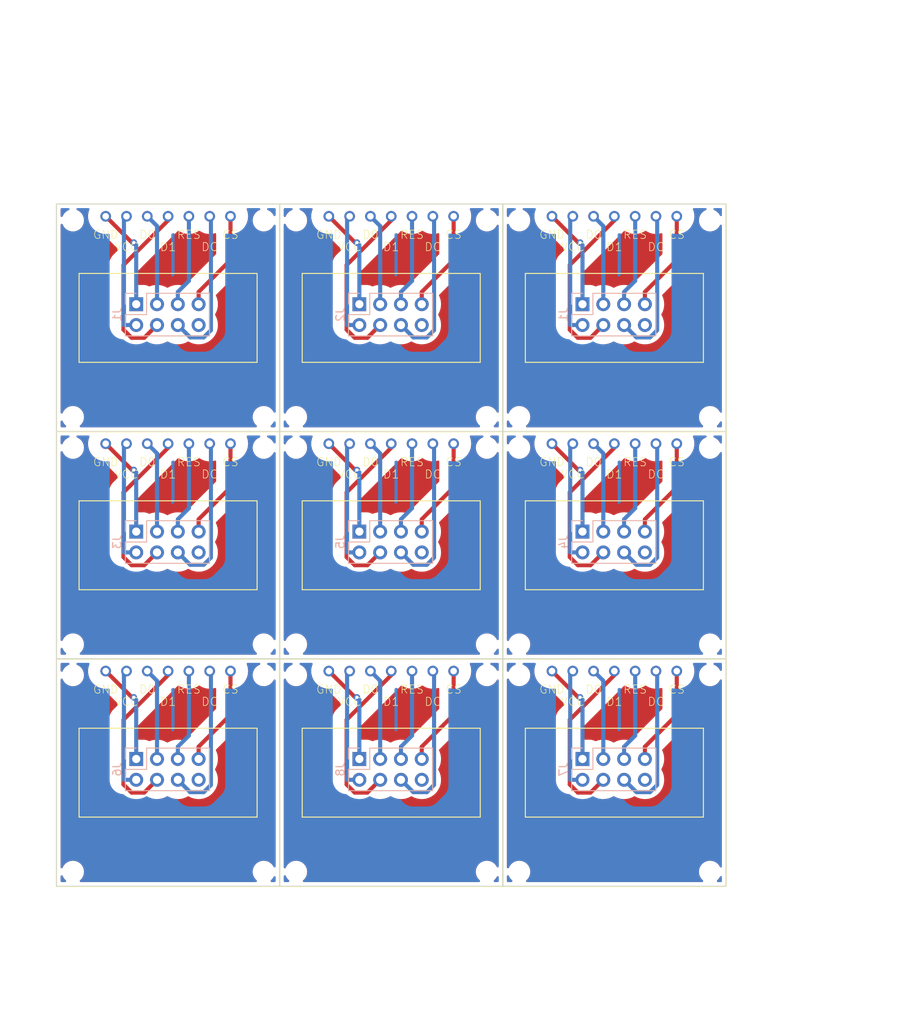
<source format=kicad_pcb>
(kicad_pcb (version 20221018) (generator pcbnew)
  (layers (0 "F.Cu" signal) (31 "B.Cu" signal) (34 "B.Paste" user) (35 "F.Paste" user) (36 "B.SilkS" user "B.Silkscreen") (37 "F.SilkS" user "F.Silkscreen") (38 "B.Mask" user) (39 "F.Mask" user) (44 "Edge.Cuts" user))
  (net 0 "")
  (net 2 "GND")
  (net 3 "+5V")
  (net 4 "D01")
  (net 5 "D11")
  (net 6 "RES1")
  (net 7 "DC1")
  (net 8 "CS1")
  (footprint "MountingHole:MountingHole_2.2mm_M2" (layer "F.Cu") (at 129.25 107.5)
    (fp_text reference "H18" hide)
    (fp_text value "MountingHole" hide)
  )
  (footprint "MountingHole:MountingHole_2.2mm_M2" (layer "F.Cu") (at 102 79.75)
    (fp_text reference "H7" hide)
    (fp_text value "MountingHole" hide)
  )
  (footprint "oled:oled-OLED_STANDARD" (layer "F.Cu") (at 140.87 91.6477)
    (fp_text reference "OLED5" hide)
    (fp_text value "OLED" hide)
  )
  (footprint "MountingHole:MountingHole_2.2mm_M2" (layer "F.Cu") (at 125.3 131.5)
    (fp_text reference "H21" hide)
    (fp_text value "MountingHole" hide)
  )
  (footprint "MountingHole:MountingHole_2.2mm_M2" (layer "F.Cu") (at 152.55 103.75)
    (fp_text reference "H15" hide)
    (fp_text value "MountingHole" hide)
  )
  (footprint "MountingHole:MountingHole_2.2mm_M2" (layer "F.Cu") (at 125.3 103.75)
    (fp_text reference "H12" hide)
    (fp_text value "MountingHole" hide)
  )
  (footprint "MountingHole:MountingHole_2.2mm_M2" (layer "F.Cu") (at 125.3 79.75)
    (fp_text reference "eeee3" hide)
    (fp_text value "MountingHole" hide)
  )
  (footprint "MountingHole:MountingHole_2.2mm_M2" (layer "F.Cu") (at 156.5 107.5)
    (fp_text reference "H17" hide)
    (fp_text value "MountingHole" hide)
  )
  (footprint "oled:oled-OLED_STANDARD" (layer "F.Cu") (at 113.62 119.3977)
    (fp_text reference "OLED6" hide)
    (fp_text value "OLED" hide)
  )
  (footprint "MountingHole:MountingHole_2.2mm_M2" (layer "F.Cu") (at 179.8 76)
    (fp_text reference "H4" hide)
    (fp_text value "MountingHole" hide)
  )
  (footprint "MountingHole:MountingHole_2.2mm_M2" (layer "F.Cu") (at 125.3 52)
    (fp_text reference "eeee1" hide)
    (fp_text value "MountingHole" hide)
  )
  (footprint "oled:oled-OLED_STANDARD" (layer "F.Cu") (at 168.12 63.8977)
    (fp_text reference "OLED1" hide)
    (fp_text value "OLED" hide)
  )
  (footprint "MountingHole:MountingHole_2.2mm_M2" (layer "F.Cu") (at 152.55 79.75)
    (fp_text reference "eeee5" hide)
    (fp_text value "MountingHole" hide)
  )
  (footprint "oled:oled-OLED_STANDARD" (layer "F.Cu") (at 113.62 63.8977)
    (fp_text reference "OLED1" hide)
    (fp_text value "OLED" hide)
  )
  (footprint "MountingHole:MountingHole_2.2mm_M2" (layer "F.Cu") (at 129.25 103.75)
    (fp_text reference "H14" hide)
    (fp_text value "MountingHole" hide)
  )
  (footprint "MountingHole:MountingHole_2.2mm_M2" (layer "F.Cu") (at 102 131.5)
    (fp_text reference "H19" hide)
    (fp_text value "MountingHole" hide)
  )
  (footprint "MountingHole:MountingHole_2.2mm_M2" (layer "F.Cu") (at 102 107.5)
    (fp_text reference "H16" hide)
    (fp_text value "MountingHole" hide)
  )
  (footprint "oled:oled-OLED_STANDARD" (layer "F.Cu") (at 168.12 119.3977)
    (fp_text reference "OLED7" hide)
    (fp_text value "OLED" hide)
  )
  (footprint "oled:oled-OLED_STANDARD" (layer "F.Cu") (at 140.87 63.8977)
    (fp_text reference "OLED2" hide)
    (fp_text value "OLED" hide)
  )
  (footprint "MountingHole:MountingHole_2.2mm_M2" (layer "F.Cu") (at 179.8 79.75)
    (fp_text reference "eeee4" hide)
    (fp_text value "MountingHole" hide)
  )
  (footprint "MountingHole:MountingHole_2.2mm_M2" (layer "F.Cu") (at 125.3 76)
    (fp_text reference "H4" hide)
    (fp_text value "MountingHole" hide)
  )
  (footprint "oled:oled-OLED_STANDARD" (layer "F.Cu") (at 140.87 119.3977)
    (fp_text reference "OLED8" hide)
    (fp_text value "OLED" hide)
  )
  (footprint "MountingHole:MountingHole_2.2mm_M2" (layer "F.Cu") (at 102 76)
    (fp_text reference "H3" hide)
    (fp_text value "MountingHole" hide)
  )
  (footprint "MountingHole:MountingHole_2.2mm_M2" (layer "F.Cu") (at 152.55 52)
    (fp_text reference "eeee2" hide)
    (fp_text value "MountingHole" hide)
  )
  (footprint "MountingHole:MountingHole_2.2mm_M2" (layer "F.Cu") (at 179.8 52)
    (fp_text reference "eeee1" hide)
    (fp_text value "MountingHole" hide)
  )
  (footprint "oled:oled-OLED_STANDARD" (layer "F.Cu") (at 113.62 91.6477)
    (fp_text reference "OLED3" hide)
    (fp_text value "OLED" hide)
  )
  (footprint "oled:oled-OLED_STANDARD" (layer "F.Cu") (at 168.12 91.6477)
    (fp_text reference "OLED4" hide)
    (fp_text value "OLED" hide)
  )
  (footprint "MountingHole:MountingHole_2.2mm_M2" (layer "F.Cu") (at 129.25 52)
    (fp_text reference "H2" hide)
    (fp_text value "MountingHole" hide)
  )
  (footprint "MountingHole:MountingHole_2.2mm_M2" (layer "F.Cu") (at 156.5 79.75)
    (fp_text reference "H8" hide)
    (fp_text value "MountingHole" hide)
  )
  (footprint "MountingHole:MountingHole_2.2mm_M2" (layer "F.Cu") (at 152.55 76)
    (fp_text reference "H6" hide)
    (fp_text value "MountingHole" hide)
  )
  (footprint "MountingHole:MountingHole_2.2mm_M2" (layer "F.Cu") (at 179.8 103.75)
    (fp_text reference "H13" hide)
    (fp_text value "MountingHole" hide)
  )
  (footprint "MountingHole:MountingHole_2.2mm_M2" (layer "F.Cu") (at 156.5 103.75)
    (fp_text reference "H11" hide)
    (fp_text value "MountingHole" hide)
  )
  (footprint "MountingHole:MountingHole_2.2mm_M2" (layer "F.Cu") (at 152.55 107.5)
    (fp_text reference "eeee8" hide)
    (fp_text value "MountingHole" hide)
  )
  (footprint "MountingHole:MountingHole_2.2mm_M2" (layer "F.Cu") (at 102 103.75)
    (fp_text reference "H10" hide)
    (fp_text value "MountingHole" hide)
  )
  (footprint "MountingHole:MountingHole_2.2mm_M2" (layer "F.Cu") (at 129.25 131.5)
    (fp_text reference "H23" hide)
    (fp_text value "MountingHole" hide)
  )
  (footprint "MountingHole:MountingHole_2.2mm_M2" (layer "F.Cu") (at 125.3 107.5)
    (fp_text reference "eeee6" hide)
    (fp_text value "MountingHole" hide)
  )
  (footprint "MountingHole:MountingHole_2.2mm_M2" (layer "F.Cu") (at 152.55 131.5)
    (fp_text reference "H24" hide)
    (fp_text value "MountingHole" hide)
  )
  (footprint "MountingHole:MountingHole_2.2mm_M2" (layer "F.Cu") (at 156.5 52)
    (fp_text reference "H1" hide)
    (fp_text value "MountingHole" hide)
  )
  (footprint "MountingHole:MountingHole_2.2mm_M2" (layer "F.Cu") (at 179.8 131.5)
    (fp_text reference "H22" hide)
    (fp_text value "MountingHole" hide)
  )
  (footprint "MountingHole:MountingHole_2.2mm_M2" (layer "F.Cu") (at 129.25 79.75)
    (fp_text reference "H9" hide)
    (fp_text value "MountingHole" hide)
  )
  (footprint "MountingHole:MountingHole_2.2mm_M2" (layer "F.Cu") (at 102 52)
    (fp_text reference "H1" hide)
    (fp_text value "MountingHole" hide)
  )
  (footprint "MountingHole:MountingHole_2.2mm_M2" (layer "F.Cu") (at 129.25 76)
    (fp_text reference "H5" hide)
    (fp_text value "MountingHole" hide)
  )
  (footprint "MountingHole:MountingHole_2.2mm_M2" (layer "F.Cu") (at 156.5 131.5)
    (fp_text reference "H20" hide)
    (fp_text value "MountingHole" hide)
  )
  (footprint "MountingHole:MountingHole_2.2mm_M2" (layer "F.Cu") (at 156.5 76)
    (fp_text reference "H3" hide)
    (fp_text value "MountingHole" hide)
  )
  (footprint "MountingHole:MountingHole_2.2mm_M2" (layer "F.Cu") (at 179.8 107.5)
    (fp_text reference "eeee7" hide)
    (fp_text value "MountingHole" hide)
  )
  (footprint "Connector_PinHeader_2.54mm:PinHeader_2x04_P2.54mm_Vertical" (layer "B.Cu") (at 136.978 89.98 -90)
    (fp_text reference "J5")
    (fp_text value "~")
  )
  (footprint "Connector_PinHeader_2.54mm:PinHeader_2x04_P2.54mm_Vertical" (layer "B.Cu") (at 164.228 62.23 -90)
    (fp_text reference "J1")
    (fp_text value "~")
  )
  (footprint "Connector_PinHeader_2.54mm:PinHeader_2x04_P2.54mm_Vertical" (layer "B.Cu") (at 164.228 117.73 -90)
    (fp_text reference "J7")
    (fp_text value "~")
  )
  (footprint "Connector_PinHeader_2.54mm:PinHeader_2x04_P2.54mm_Vertical" (layer "B.Cu") (at 109.728 62.23 -90)
    (fp_text reference "J1")
    (fp_text value "~")
  )
  (footprint "Connector_PinHeader_2.54mm:PinHeader_2x04_P2.54mm_Vertical" (layer "B.Cu") (at 109.728 89.98 -90)
    (fp_text reference "J3")
    (fp_text value "~")
  )
  (footprint "Connector_PinHeader_2.54mm:PinHeader_2x04_P2.54mm_Vertical" (layer "B.Cu") (at 109.728 117.73 -90)
    (fp_text reference "J6")
    (fp_text value "~")
  )
  (footprint "Connector_PinHeader_2.54mm:PinHeader_2x04_P2.54mm_Vertical" (layer "B.Cu") (at 136.978 62.23 -90)
    (fp_text reference "J2")
    (fp_text value "~")
  )
  (footprint "Connector_PinHeader_2.54mm:PinHeader_2x04_P2.54mm_Vertical" (layer "B.Cu") (at 164.228 89.98 -90)
    (fp_text reference "J4")
    (fp_text value "~")
  )
  (footprint "Connector_PinHeader_2.54mm:PinHeader_2x04_P2.54mm_Vertical" (layer "B.Cu") (at 136.978 117.73 -90)
    (fp_text reference "J8")
    (fp_text value "~")
  )
  (gr_poly (pts (xy 181.75 133.25) (xy 154.5 133.25) (xy 154.5 105.5) (xy 181.75 105.5)) (stroke (width 0.1)) (fill none) (layer "Edge.Cuts"))
  (gr_poly (pts (xy 154.5 105.5) (xy 127.25 105.5) (xy 127.25 77.75) (xy 154.5 77.75)) (stroke (width 0.1)) (fill none) (layer "Edge.Cuts"))
  (gr_poly (pts (xy 154.5 77.75) (xy 127.25 77.75) (xy 127.25 50) (xy 154.5 50)) (stroke (width 0.1)) (fill none) (layer "Edge.Cuts"))
  (gr_poly (pts (xy 154.5 133.25) (xy 127.25 133.25) (xy 127.25 105.5) (xy 154.5 105.5)) (stroke (width 0.1)) (fill none) (layer "Edge.Cuts"))
  (gr_poly (pts (xy 181.75 77.75) (xy 154.5 77.75) (xy 154.5 50) (xy 181.75 50)) (stroke (width 0.1)) (fill none) (layer "Edge.Cuts"))
  (gr_poly (pts (xy 181.75 105.5) (xy 154.5 105.5) (xy 154.5 77.75) (xy 181.75 77.75)) (stroke (width 0.1)) (fill none) (layer "Edge.Cuts"))
  (gr_poly (pts (xy 127.25 77.75) (xy 100 77.75) (xy 100 50) (xy 127.25 50)) (stroke (width 0.1)) (fill none) (layer "Edge.Cuts"))
  (gr_poly (pts (xy 127.25 133.25) (xy 100 133.25) (xy 100 105.5) (xy 127.25 105.5)) (stroke (width 0.1)) (fill none) (layer "Edge.Cuts"))
  (gr_poly (pts (xy 127.25 105.5) (xy 100 105.5) (xy 100 77.75) (xy 127.25 77.75)) (stroke (width 0.1)) (fill none) (layer "Edge.Cuts"))
  (segment (start 109.2087 82.4587) (end 109.4258 82.4587) (width 0.5) (layer "F.Cu") (net 2))
  (segment (start 106 107) (end 109.2087 110.2087) (width 0.5) (layer "F.Cu") (net 2))
  (segment (start 133.25 79.25) (end 136.4587 82.4587) (width 0.5) (layer "F.Cu") (net 2))
  (segment (start 163.7087 54.7087) (end 163.9258 54.7087) (width 0.5) (layer "F.Cu") (net 2))
  (segment (start 136.4587 54.7087) (end 136.6758 54.7087) (width 0.5) (layer "F.Cu") (net 2))
  (segment (start 136.4587 110.2087) (end 136.6758 110.2087) (width 0.5) (layer "F.Cu") (net 2))
  (segment (start 109.2087 110.2087) (end 109.4258 110.2087) (width 0.5) (layer "F.Cu") (net 2))
  (segment (start 106 79.25) (end 109.2087 82.4587) (width 0.5) (layer "F.Cu") (net 2))
  (segment (start 163.7087 82.4587) (end 163.9258 82.4587) (width 0.5) (layer "F.Cu") (net 2))
  (segment (start 106 51.5) (end 109.2087 54.7087) (width 0.5) (layer "F.Cu") (net 2))
  (segment (start 160.5 107) (end 163.7087 110.2087) (width 0.5) (layer "F.Cu") (net 2))
  (segment (start 133.25 107) (end 136.4587 110.2087) (width 0.5) (layer "F.Cu") (net 2))
  (segment (start 109.2087 54.7087) (end 109.4258 54.7087) (width 0.5) (layer "F.Cu") (net 2))
  (segment (start 160.5 51.5) (end 163.7087 54.7087) (width 0.5) (layer "F.Cu") (net 2))
  (segment (start 163.7087 110.2087) (end 163.9258 110.2087) (width 0.5) (layer "F.Cu") (net 2))
  (segment (start 133.25 51.5) (end 136.4587 54.7087) (width 0.5) (layer "F.Cu") (net 2))
  (segment (start 160.5 79.25) (end 163.7087 82.4587) (width 0.5) (layer "F.Cu") (net 2))
  (segment (start 136.4587 82.4587) (end 136.6758 82.4587) (width 0.5) (layer "F.Cu") (net 2))
  (via (at 109.4258 110.2087) (size 0.8) (drill 0.4) (layers "F.Cu" "B.Cu") (net 2))
  (via (at 136.6758 110.2087) (size 0.8) (drill 0.4) (layers "F.Cu" "B.Cu") (net 2))
  (via (at 136.6758 54.7087) (size 0.8) (drill 0.4) (layers "F.Cu" "B.Cu") (net 2))
  (via (at 163.9258 54.7087) (size 0.8) (drill 0.4) (layers "F.Cu" "B.Cu") (net 2))
  (via (at 136.6758 82.4587) (size 0.8) (drill 0.4) (layers "F.Cu" "B.Cu") (net 2))
  (via (at 163.9258 82.4587) (size 0.8) (drill 0.4) (layers "F.Cu" "B.Cu") (net 2))
  (via (at 109.4258 82.4587) (size 0.8) (drill 0.4) (layers "F.Cu" "B.Cu") (net 2))
  (via (at 109.4258 54.7087) (size 0.8) (drill 0.4) (layers "F.Cu" "B.Cu") (net 2))
  (via (at 163.9258 110.2087) (size 0.8) (drill 0.4) (layers "F.Cu" "B.Cu") (net 2))
  (segment (start 109.4258 110.2087) (end 109.728 110.5109) (width 0.5) (layer "B.Cu") (net 2))
  (segment (start 109.728 110.5109) (end 109.728 117.73) (width 0.5) (layer "B.Cu") (net 2))
  (segment (start 164.228 55.0109) (end 164.228 62.23) (width 0.5) (layer "B.Cu") (net 2))
  (segment (start 136.6758 110.2087) (end 136.978 110.5109) (width 0.5) (layer "B.Cu") (net 2))
  (segment (start 109.728 82.7609) (end 109.728 89.98) (width 0.5) (layer "B.Cu") (net 2))
  (segment (start 136.6758 82.4587) (end 136.978 82.7609) (width 0.5) (layer "B.Cu") (net 2))
  (segment (start 136.978 110.5109) (end 136.978 117.73) (width 0.5) (layer "B.Cu") (net 2))
  (segment (start 163.9258 110.2087) (end 164.228 110.5109) (width 0.5) (layer "B.Cu") (net 2))
  (segment (start 163.9258 54.7087) (end 164.228 55.0109) (width 0.5) (layer "B.Cu") (net 2))
  (segment (start 136.978 82.7609) (end 136.978 89.98) (width 0.5) (layer "B.Cu") (net 2))
  (segment (start 109.728 55.0109) (end 109.728 62.23) (width 0.5) (layer "B.Cu") (net 2))
  (segment (start 109.4258 82.4587) (end 109.728 82.7609) (width 0.5) (layer "B.Cu") (net 2))
  (segment (start 136.978 55.0109) (end 136.978 62.23) (width 0.5) (layer "B.Cu") (net 2))
  (segment (start 164.228 110.5109) (end 164.228 117.73) (width 0.5) (layer "B.Cu") (net 2))
  (segment (start 163.9258 82.4587) (end 164.228 82.7609) (width 0.5) (layer "B.Cu") (net 2))
  (segment (start 109.4258 54.7087) (end 109.728 55.0109) (width 0.5) (layer "B.Cu") (net 2))
  (segment (start 136.6758 54.7087) (end 136.978 55.0109) (width 0.5) (layer "B.Cu") (net 2))
  (segment (start 164.228 82.7609) (end 164.228 89.98) (width 0.5) (layer "B.Cu") (net 2))
  (segment (start 108.2279 64.77) (end 108.2279 51.8121) (width 0.5) (layer "B.Cu") (net 3))
  (segment (start 162.7279 79.5621) (end 163.04 79.25) (width 0.5) (layer "B.Cu") (net 3))
  (segment (start 109.728 64.77) (end 108.2279 64.77) (width 0.5) (layer "B.Cu") (net 3))
  (segment (start 162.7279 51.8121) (end 163.04 51.5) (width 0.5) (layer "B.Cu") (net 3))
  (segment (start 135.4779 92.52) (end 135.4779 79.5621) (width 0.5) (layer "B.Cu") (net 3))
  (segment (start 164.228 92.52) (end 162.7279 92.52) (width 0.5) (layer "B.Cu") (net 3))
  (segment (start 109.728 92.52) (end 108.2279 92.52) (width 0.5) (layer "B.Cu") (net 3))
  (segment (start 164.228 64.77) (end 162.7279 64.77) (width 0.5) (layer "B.Cu") (net 3))
  (segment (start 108.2279 107.3121) (end 108.54 107) (width 0.5) (layer "B.Cu") (net 3))
  (segment (start 162.7279 107.3121) (end 163.04 107) (width 0.5) (layer "B.Cu") (net 3))
  (segment (start 164.228 120.27) (end 162.7279 120.27) (width 0.5) (layer "B.Cu") (net 3))
  (segment (start 108.2279 92.52) (end 108.2279 79.5621) (width 0.5) (layer "B.Cu") (net 3))
  (segment (start 135.4779 120.27) (end 135.4779 107.3121) (width 0.5) (layer "B.Cu") (net 3))
  (segment (start 162.7279 64.77) (end 162.7279 51.8121) (width 0.5) (layer "B.Cu") (net 3))
  (segment (start 136.978 120.27) (end 135.4779 120.27) (width 0.5) (layer "B.Cu") (net 3))
  (segment (start 109.728 120.27) (end 108.2279 120.27) (width 0.5) (layer "B.Cu") (net 3))
  (segment (start 135.4779 64.77) (end 135.4779 51.8121) (width 0.5) (layer "B.Cu") (net 3))
  (segment (start 108.2279 51.8121) (end 108.54 51.5) (width 0.5) (layer "B.Cu") (net 3))
  (segment (start 108.2279 79.5621) (end 108.54 79.25) (width 0.5) (layer "B.Cu") (net 3))
  (segment (start 162.7279 120.27) (end 162.7279 107.3121) (width 0.5) (layer "B.Cu") (net 3))
  (segment (start 135.4779 107.3121) (end 135.79 107) (width 0.5) (layer "B.Cu") (net 3))
  (segment (start 136.978 64.77) (end 135.4779 64.77) (width 0.5) (layer "B.Cu") (net 3))
  (segment (start 135.4779 51.8121) (end 135.79 51.5) (width 0.5) (layer "B.Cu") (net 3))
  (segment (start 162.7279 92.52) (end 162.7279 79.5621) (width 0.5) (layer "B.Cu") (net 3))
  (segment (start 108.2279 120.27) (end 108.2279 107.3121) (width 0.5) (layer "B.Cu") (net 3))
  (segment (start 136.978 92.52) (end 135.4779 92.52) (width 0.5) (layer "B.Cu") (net 3))
  (segment (start 135.4779 79.5621) (end 135.79 79.25) (width 0.5) (layer "B.Cu") (net 3))
  (segment (start 166.768 108.188) (end 165.58 107) (width 0.5) (layer "B.Cu") (net 4))
  (segment (start 166.768 52.688) (end 165.58 51.5) (width 0.5) (layer "B.Cu") (net 4))
  (segment (start 139.518 52.688) (end 138.33 51.5) (width 0.5) (layer "B.Cu") (net 4))
  (segment (start 112.268 108.188) (end 111.08 107) (width 0.5) (layer "B.Cu") (net 4))
  (segment (start 112.268 89.98) (end 112.268 80.438) (width 0.5) (layer "B.Cu") (net 4))
  (segment (start 166.768 89.98) (end 166.768 80.438) (width 0.5) (layer "B.Cu") (net 4))
  (segment (start 112.268 117.73) (end 112.268 108.188) (width 0.5) (layer "B.Cu") (net 4))
  (segment (start 139.518 80.438) (end 138.33 79.25) (width 0.5) (layer "B.Cu") (net 4))
  (segment (start 112.268 62.23) (end 112.268 52.688) (width 0.5) (layer "B.Cu") (net 4))
  (segment (start 166.768 62.23) (end 166.768 52.688) (width 0.5) (layer "B.Cu") (net 4))
  (segment (start 139.518 89.98) (end 139.518 80.438) (width 0.5) (layer "B.Cu") (net 4))
  (segment (start 112.268 80.438) (end 111.08 79.25) (width 0.5) (layer "B.Cu") (net 4))
  (segment (start 166.768 80.438) (end 165.58 79.25) (width 0.5) (layer "B.Cu") (net 4))
  (segment (start 139.518 62.23) (end 139.518 52.688) (width 0.5) (layer "B.Cu") (net 4))
  (segment (start 139.518 108.188) (end 138.33 107) (width 0.5) (layer "B.Cu") (net 4))
  (segment (start 166.768 117.73) (end 166.768 108.188) (width 0.5) (layer "B.Cu") (net 4))
  (segment (start 139.518 117.73) (end 139.518 108.188) (width 0.5) (layer "B.Cu") (net 4))
  (segment (start 112.268 52.688) (end 111.08 51.5) (width 0.5) (layer "B.Cu") (net 4))
  (segment (start 163.6633 94.081) (end 162.671 93.0887) (width 0.5) (layer "F.Cu") (net 5))
  (segment (start 110.707 94.081) (end 109.1633 94.081) (width 0.5) (layer "F.Cu") (net 5))
  (segment (start 110.707 121.831) (end 109.1633 121.831) (width 0.5) (layer "F.Cu") (net 5))
  (segment (start 162.671 65.3387) (end 162.671 57.4486) (width 0.5) (layer "F.Cu") (net 5))
  (segment (start 112.268 120.27) (end 110.707 121.831) (width 0.5) (layer "F.Cu") (net 5))
  (segment (start 135.421 112.9486) (end 140.87 107.4996) (width 0.5) (layer "F.Cu") (net 5))
  (segment (start 108.171 57.4486) (end 113.62 51.9996) (width 0.5) (layer "F.Cu") (net 5))
  (segment (start 168.12 107.4996) (end 168.12 107) (width 0.5) (layer "F.Cu") (net 5))
  (segment (start 162.671 112.9486) (end 168.12 107.4996) (width 0.5) (layer "F.Cu") (net 5))
  (segment (start 168.12 51.9996) (end 168.12 51.5) (width 0.5) (layer "F.Cu") (net 5))
  (segment (start 162.671 93.0887) (end 162.671 85.1986) (width 0.5) (layer "F.Cu") (net 5))
  (segment (start 165.207 121.831) (end 163.6633 121.831) (width 0.5) (layer "F.Cu") (net 5))
  (segment (start 137.957 121.831) (end 136.4133 121.831) (width 0.5) (layer "F.Cu") (net 5))
  (segment (start 135.421 65.3387) (end 135.421 57.4486) (width 0.5) (layer "F.Cu") (net 5))
  (segment (start 162.671 120.8387) (end 162.671 112.9486) (width 0.5) (layer "F.Cu") (net 5))
  (segment (start 166.768 64.77) (end 165.207 66.331) (width 0.5) (layer "F.Cu") (net 5))
  (segment (start 113.62 107.4996) (end 113.62 107) (width 0.5) (layer "F.Cu") (net 5))
  (segment (start 135.421 93.0887) (end 135.421 85.1986) (width 0.5) (layer "F.Cu") (net 5))
  (segment (start 166.768 92.52) (end 165.207 94.081) (width 0.5) (layer "F.Cu") (net 5))
  (segment (start 163.6633 66.331) (end 162.671 65.3387) (width 0.5) (layer "F.Cu") (net 5))
  (segment (start 140.87 51.9996) (end 140.87 51.5) (width 0.5) (layer "F.Cu") (net 5))
  (segment (start 165.207 66.331) (end 163.6633 66.331) (width 0.5) (layer "F.Cu") (net 5))
  (segment (start 140.87 79.7496) (end 140.87 79.25) (width 0.5) (layer "F.Cu") (net 5))
  (segment (start 135.421 120.8387) (end 135.421 112.9486) (width 0.5) (layer "F.Cu") (net 5))
  (segment (start 135.421 57.4486) (end 140.87 51.9996) (width 0.5) (layer "F.Cu") (net 5))
  (segment (start 162.671 85.1986) (end 168.12 79.7496) (width 0.5) (layer "F.Cu") (net 5))
  (segment (start 108.171 65.3387) (end 108.171 57.4486) (width 0.5) (layer "F.Cu") (net 5))
  (segment (start 139.518 64.77) (end 137.957 66.331) (width 0.5) (layer "F.Cu") (net 5))
  (segment (start 139.518 92.52) (end 137.957 94.081) (width 0.5) (layer "F.Cu") (net 5))
  (segment (start 109.1633 66.331) (end 108.171 65.3387) (width 0.5) (layer "F.Cu") (net 5))
  (segment (start 137.957 94.081) (end 136.4133 94.081) (width 0.5) (layer "F.Cu") (net 5))
  (segment (start 109.1633 94.081) (end 108.171 93.0887) (width 0.5) (layer "F.Cu") (net 5))
  (segment (start 166.768 120.27) (end 165.207 121.831) (width 0.5) (layer "F.Cu") (net 5))
  (segment (start 113.62 51.9996) (end 113.62 51.5) (width 0.5) (layer "F.Cu") (net 5))
  (segment (start 108.171 112.9486) (end 113.62 107.4996) (width 0.5) (layer "F.Cu") (net 5))
  (segment (start 168.12 79.7496) (end 168.12 79.25) (width 0.5) (layer "F.Cu") (net 5))
  (segment (start 113.62 79.7496) (end 113.62 79.25) (width 0.5) (layer "F.Cu") (net 5))
  (segment (start 140.87 107.4996) (end 140.87 107) (width 0.5) (layer "F.Cu") (net 5))
  (segment (start 112.268 64.77) (end 110.707 66.331) (width 0.5) (layer "F.Cu") (net 5))
  (segment (start 112.268 92.52) (end 110.707 94.081) (width 0.5) (layer "F.Cu") (net 5))
  (segment (start 163.6633 121.831) (end 162.671 120.8387) (width 0.5) (layer "F.Cu") (net 5))
  (segment (start 108.171 93.0887) (end 108.171 85.1986) (width 0.5) (layer "F.Cu") (net 5))
  (segment (start 139.518 120.27) (end 137.957 121.831) (width 0.5) (layer "F.Cu") (net 5))
  (segment (start 136.4133 94.081) (end 135.421 93.0887) (width 0.5) (layer "F.Cu") (net 5))
  (segment (start 108.171 85.1986) (end 113.62 79.7496) (width 0.5) (layer "F.Cu") (net 5))
  (segment (start 135.421 85.1986) (end 140.87 79.7496) (width 0.5) (layer "F.Cu") (net 5))
  (segment (start 136.4133 121.831) (end 135.421 120.8387) (width 0.5) (layer "F.Cu") (net 5))
  (segment (start 165.207 94.081) (end 163.6633 94.081) (width 0.5) (layer "F.Cu") (net 5))
  (segment (start 162.671 57.4486) (end 168.12 51.9996) (width 0.5) (layer "F.Cu") (net 5))
  (segment (start 109.1633 121.831) (end 108.171 120.8387) (width 0.5) (layer "F.Cu") (net 5))
  (segment (start 108.171 120.8387) (end 108.171 112.9486) (width 0.5) (layer "F.Cu") (net 5))
  (segment (start 136.4133 66.331) (end 135.421 65.3387) (width 0.5) (layer "F.Cu") (net 5))
  (segment (start 137.957 66.331) (end 136.4133 66.331) (width 0.5) (layer "F.Cu") (net 5))
  (segment (start 110.707 66.331) (end 109.1633 66.331) (width 0.5) (layer "F.Cu") (net 5))
  (segment (start 114.808 89.98) (end 114.808 88.4799) (width 0.5) (layer "B.Cu") (net 6))
  (segment (start 143.41 87.1279) (end 142.058 88.4799) (width 0.5) (layer "B.Cu") (net 6))
  (segment (start 116.16 79.25) (end 116.16 87.1279) (width 0.5) (layer "B.Cu") (net 6))
  (segment (start 143.41 79.25) (end 143.41 87.1279) (width 0.5) (layer "B.Cu") (net 6))
  (segment (start 114.808 62.23) (end 114.808 60.7299) (width 0.5) (layer "B.Cu") (net 6))
  (segment (start 143.41 107) (end 143.41 114.8779) (width 0.5) (layer "B.Cu") (net 6))
  (segment (start 116.16 114.8779) (end 114.808 116.2299) (width 0.5) (layer "B.Cu") (net 6))
  (segment (start 169.308 89.98) (end 169.308 88.4799) (width 0.5) (layer "B.Cu") (net 6))
  (segment (start 170.66 59.3779) (end 169.308 60.7299) (width 0.5) (layer "B.Cu") (net 6))
  (segment (start 116.16 87.1279) (end 114.808 88.4799) (width 0.5) (layer "B.Cu") (net 6))
  (segment (start 170.66 87.1279) (end 169.308 88.4799) (width 0.5) (layer "B.Cu") (net 6))
  (segment (start 169.308 117.73) (end 169.308 116.2299) (width 0.5) (layer "B.Cu") (net 6))
  (segment (start 116.16 107) (end 116.16 114.8779) (width 0.5) (layer "B.Cu") (net 6))
  (segment (start 143.41 59.3779) (end 142.058 60.7299) (width 0.5) (layer "B.Cu") (net 6))
  (segment (start 170.66 114.8779) (end 169.308 116.2299) (width 0.5) (layer "B.Cu") (net 6))
  (segment (start 116.16 59.3779) (end 114.808 60.7299) (width 0.5) (layer "B.Cu") (net 6))
  (segment (start 143.41 114.8779) (end 142.058 116.2299) (width 0.5) (layer "B.Cu") (net 6))
  (segment (start 143.41 51.5) (end 143.41 59.3779) (width 0.5) (layer "B.Cu") (net 6))
  (segment (start 169.308 62.23) (end 169.308 60.7299) (width 0.5) (layer "B.Cu") (net 6))
  (segment (start 170.66 79.25) (end 170.66 87.1279) (width 0.5) (layer "B.Cu") (net 6))
  (segment (start 114.808 117.73) (end 114.808 116.2299) (width 0.5) (layer "B.Cu") (net 6))
  (segment (start 142.058 89.98) (end 142.058 88.4799) (width 0.5) (layer "B.Cu") (net 6))
  (segment (start 116.16 51.5) (end 116.16 59.3779) (width 0.5) (layer "B.Cu") (net 6))
  (segment (start 170.66 107) (end 170.66 114.8779) (width 0.5) (layer "B.Cu") (net 6))
  (segment (start 142.058 62.23) (end 142.058 60.7299) (width 0.5) (layer "B.Cu") (net 6))
  (segment (start 170.66 51.5) (end 170.66 59.3779) (width 0.5) (layer "B.Cu") (net 6))
  (segment (start 142.058 117.73) (end 142.058 116.2299) (width 0.5) (layer "B.Cu") (net 6))
  (segment (start 173.3518 79.4018) (end 173.2 79.25) (width 0.5) (layer "B.Cu") (net 7))
  (segment (start 145.2251 66.2786) (end 146.1018 65.4019) (width 0.5) (layer "B.Cu") (net 7))
  (segment (start 170.8166 94.0286) (end 172.4751 94.0286) (width 0.5) (layer "B.Cu") (net 7))
  (segment (start 172.4751 66.2786) (end 173.3518 65.4019) (width 0.5) (layer "B.Cu") (net 7))
  (segment (start 145.2251 94.0286) (end 146.1018 93.1519) (width 0.5) (layer "B.Cu") (net 7))
  (segment (start 114.808 92.52) (end 116.3166 94.0286) (width 0.5) (layer "B.Cu") (net 7))
  (segment (start 173.3518 93.1519) (end 173.3518 79.4018) (width 0.5) (layer "B.Cu") (net 7))
  (segment (start 170.8166 121.7786) (end 172.4751 121.7786) (width 0.5) (layer "B.Cu") (net 7))
  (segment (start 169.308 64.77) (end 170.8166 66.2786) (width 0.5) (layer "B.Cu") (net 7))
  (segment (start 114.808 64.77) (end 116.3166 66.2786) (width 0.5) (layer "B.Cu") (net 7))
  (segment (start 143.5666 66.2786) (end 145.2251 66.2786) (width 0.5) (layer "B.Cu") (net 7))
  (segment (start 118.8518 120.9019) (end 118.8518 107.1518) (width 0.5) (layer "B.Cu") (net 7))
  (segment (start 118.8518 93.1519) (end 118.8518 79.4018) (width 0.5) (layer "B.Cu") (net 7))
  (segment (start 117.9751 66.2786) (end 118.8518 65.4019) (width 0.5) (layer "B.Cu") (net 7))
  (segment (start 146.1018 120.9019) (end 146.1018 107.1518) (width 0.5) (layer "B.Cu") (net 7))
  (segment (start 169.308 92.52) (end 170.8166 94.0286) (width 0.5) (layer "B.Cu") (net 7))
  (segment (start 116.3166 66.2786) (end 117.9751 66.2786) (width 0.5) (layer "B.Cu") (net 7))
  (segment (start 118.8518 79.4018) (end 118.7 79.25) (width 0.5) (layer "B.Cu") (net 7))
  (segment (start 169.308 120.27) (end 170.8166 121.7786) (width 0.5) (layer "B.Cu") (net 7))
  (segment (start 145.2251 121.7786) (end 146.1018 120.9019) (width 0.5) (layer "B.Cu") (net 7))
  (segment (start 146.1018 107.1518) (end 145.95 107) (width 0.5) (layer "B.Cu") (net 7))
  (segment (start 118.8518 51.6518) (end 118.7 51.5) (width 0.5) (layer "B.Cu") (net 7))
  (segment (start 173.3518 120.9019) (end 173.3518 107.1518) (width 0.5) (layer "B.Cu") (net 7))
  (segment (start 118.8518 65.4019) (end 118.8518 51.6518) (width 0.5) (layer "B.Cu") (net 7))
  (segment (start 173.3518 107.1518) (end 173.2 107) (width 0.5) (layer "B.Cu") (net 7))
  (segment (start 146.1018 51.6518) (end 145.95 51.5) (width 0.5) (layer "B.Cu") (net 7))
  (segment (start 118.8518 107.1518) (end 118.7 107) (width 0.5) (layer "B.Cu") (net 7))
  (segment (start 173.3518 51.6518) (end 173.2 51.5) (width 0.5) (layer "B.Cu") (net 7))
  (segment (start 116.3166 94.0286) (end 117.9751 94.0286) (width 0.5) (layer "B.Cu") (net 7))
  (segment (start 146.1018 79.4018) (end 145.95 79.25) (width 0.5) (layer "B.Cu") (net 7))
  (segment (start 170.8166 66.2786) (end 172.4751 66.2786) (width 0.5) (layer "B.Cu") (net 7))
  (segment (start 146.1018 93.1519) (end 146.1018 79.4018) (width 0.5) (layer "B.Cu") (net 7))
  (segment (start 143.5666 121.7786) (end 145.2251 121.7786) (width 0.5) (layer "B.Cu") (net 7))
  (segment (start 117.9751 94.0286) (end 118.8518 93.1519) (width 0.5) (layer "B.Cu") (net 7))
  (segment (start 114.808 120.27) (end 116.3166 121.7786) (width 0.5) (layer "B.Cu") (net 7))
  (segment (start 142.058 120.27) (end 143.5666 121.7786) (width 0.5) (layer "B.Cu") (net 7))
  (segment (start 142.058 92.52) (end 143.5666 94.0286) (width 0.5) (layer "B.Cu") (net 7))
  (segment (start 117.9751 121.7786) (end 118.8518 120.9019) (width 0.5) (layer "B.Cu") (net 7))
  (segment (start 146.1018 65.4019) (end 146.1018 51.6518) (width 0.5) (layer "B.Cu") (net 7))
  (segment (start 142.058 64.77) (end 143.5666 66.2786) (width 0.5) (layer "B.Cu") (net 7))
  (segment (start 116.3166 121.7786) (end 117.9751 121.7786) (width 0.5) (layer "B.Cu") (net 7))
  (segment (start 172.4751 121.7786) (end 173.3518 120.9019) (width 0.5) (layer "B.Cu") (net 7))
  (segment (start 173.3518 65.4019) (end 173.3518 51.6518) (width 0.5) (layer "B.Cu") (net 7))
  (segment (start 172.4751 94.0286) (end 173.3518 93.1519) (width 0.5) (layer "B.Cu") (net 7))
  (segment (start 143.5666 94.0286) (end 145.2251 94.0286) (width 0.5) (layer "B.Cu") (net 7))
  (segment (start 175.74 112.3379) (end 171.848 116.2299) (width 0.5) (layer "F.Cu") (net 8))
  (segment (start 117.348 62.23) (end 117.348 60.7299) (width 0.5) (layer "F.Cu") (net 8))
  (segment (start 121.24 79.25) (end 121.24 84.5879) (width 0.5) (layer "F.Cu") (net 8))
  (segment (start 144.598 89.98) (end 144.598 88.4799) (width 0.5) (layer "F.Cu") (net 8))
  (segment (start 175.74 79.25) (end 175.74 84.5879) (width 0.5) (layer "F.Cu") (net 8))
  (segment (start 148.49 79.25) (end 148.49 84.5879) (width 0.5) (layer "F.Cu") (net 8))
  (segment (start 175.74 84.5879) (end 171.848 88.4799) (width 0.5) (layer "F.Cu") (net 8))
  (segment (start 148.49 84.5879) (end 144.598 88.4799) (width 0.5) (layer "F.Cu") (net 8))
  (segment (start 121.24 112.3379) (end 117.348 116.2299) (width 0.5) (layer "F.Cu") (net 8))
  (segment (start 148.49 107) (end 148.49 112.3379) (width 0.5) (layer "F.Cu") (net 8))
  (segment (start 148.49 51.5) (end 148.49 56.8379) (width 0.5) (layer "F.Cu") (net 8))
  (segment (start 175.74 56.8379) (end 171.848 60.7299) (width 0.5) (layer "F.Cu") (net 8))
  (segment (start 121.24 84.5879) (end 117.348 88.4799) (width 0.5) (layer "F.Cu") (net 8))
  (segment (start 144.598 117.73) (end 144.598 116.2299) (width 0.5) (layer "F.Cu") (net 8))
  (segment (start 117.348 89.98) (end 117.348 88.4799) (width 0.5) (layer "F.Cu") (net 8))
  (segment (start 121.24 51.5) (end 121.24 56.8379) (width 0.5) (layer "F.Cu") (net 8))
  (segment (start 148.49 112.3379) (end 144.598 116.2299) (width 0.5) (layer "F.Cu") (net 8))
  (segment (start 121.24 107) (end 121.24 112.3379) (width 0.5) (layer "F.Cu") (net 8))
  (segment (start 171.848 62.23) (end 171.848 60.7299) (width 0.5) (layer "F.Cu") (net 8))
  (segment (start 171.848 117.73) (end 171.848 116.2299) (width 0.5) (layer "F.Cu") (net 8))
  (segment (start 175.74 107) (end 175.74 112.3379) (width 0.5) (layer "F.Cu") (net 8))
  (segment (start 117.348 117.73) (end 117.348 116.2299) (width 0.5) (layer "F.Cu") (net 8))
  (segment (start 121.24 56.8379) (end 117.348 60.7299) (width 0.5) (layer "F.Cu") (net 8))
  (segment (start 148.49 56.8379) (end 144.598 60.7299) (width 0.5) (layer "F.Cu") (net 8))
  (segment (start 171.848 89.98) (end 171.848 88.4799) (width 0.5) (layer "F.Cu") (net 8))
  (segment (start 144.598 62.23) (end 144.598 60.7299) (width 0.5) (layer "F.Cu") (net 8))
  (segment (start 175.74 51.5) (end 175.74 56.8379) (width 0.5) (layer "F.Cu") (net 8))
  (zone (net 0) (net_name "") (layers "F&B.Cu") (connect_pads (clearance 1.5)) (min_thickness 0.254) (fill yes (thermal_gap 0.508) (thermal_bridge_width 0.508) (island_removal_mode 1) (island_area_min 10))
    (polygon (pts (xy 154 105) (xy 127.75 105) (xy 127.75 78.25) (xy 154 78.25)))
  )
  (zone (net 0) (net_name "") (layers "F&B.Cu") (connect_pads (clearance 1.5)) (min_thickness 0.254) (fill yes (thermal_gap 0.508) (thermal_bridge_width 0.508) (island_removal_mode 1) (island_area_min 10))
    (polygon (pts (xy 154 132.75) (xy 127.75 132.75) (xy 127.75 106) (xy 154 106)))
  )
  (zone (net 0) (net_name "") (layers "F&B.Cu") (connect_pads (clearance 1.5)) (min_thickness 0.254) (fill yes (thermal_gap 0.508) (thermal_bridge_width 0.508) (island_removal_mode 1) (island_area_min 10))
    (polygon (pts (xy 126.75 132.75) (xy 100.5 132.75) (xy 100.5 106) (xy 126.75 106)))
  )
  (zone (net 0) (net_name "") (layers "F&B.Cu") (connect_pads (clearance 1.5)) (min_thickness 0.254) (fill yes (thermal_gap 0.508) (thermal_bridge_width 0.508) (island_removal_mode 1) (island_area_min 10))
    (polygon (pts (xy 181.25 105) (xy 155 105) (xy 155 78.25) (xy 181.25 78.25)))
  )
  (zone (net 0) (net_name "") (layers "F&B.Cu") (connect_pads (clearance 1.5)) (min_thickness 0.254) (fill yes (thermal_gap 0.508) (thermal_bridge_width 0.508) (island_removal_mode 1) (island_area_min 10))
    (polygon (pts (xy 126.75 77.25) (xy 100.5 77.25) (xy 100.5 50.5) (xy 126.75 50.5)))
  )
  (zone (net 0) (net_name "") (layers "F&B.Cu") (connect_pads (clearance 1.5)) (min_thickness 0.254) (fill yes (thermal_gap 0.508) (thermal_bridge_width 0.508) (island_removal_mode 1) (island_area_min 10))
    (polygon (pts (xy 126.75 105) (xy 100.5 105) (xy 100.5 78.25) (xy 126.75 78.25)))
  )
  (zone (net 0) (net_name "") (layers "F&B.Cu") (connect_pads (clearance 1.5)) (min_thickness 0.254) (fill yes (thermal_gap 0.508) (thermal_bridge_width 0.508) (island_removal_mode 1) (island_area_min 10))
    (polygon (pts (xy 154 77.25) (xy 127.75 77.25) (xy 127.75 50.5) (xy 154 50.5)))
  )
  (zone (net 0) (net_name "") (layers "F&B.Cu") (connect_pads (clearance 1.5)) (min_thickness 0.254) (fill yes (thermal_gap 0.508) (thermal_bridge_width 0.508) (island_removal_mode 1) (island_area_min 10))
    (polygon (pts (xy 181.25 77.25) (xy 155 77.25) (xy 155 50.5) (xy 181.25 50.5)))
  )
  (zone (net 0) (net_name "") (layers "F&B.Cu") (connect_pads (clearance 1.5)) (min_thickness 0.254) (fill yes (thermal_gap 0.508) (thermal_bridge_width 0.508) (island_removal_mode 1) (island_area_min 10))
    (polygon (pts (xy 181.25 132.75) (xy 155 132.75) (xy 155 106) (xy 181.25 106)))
  )
)
</source>
